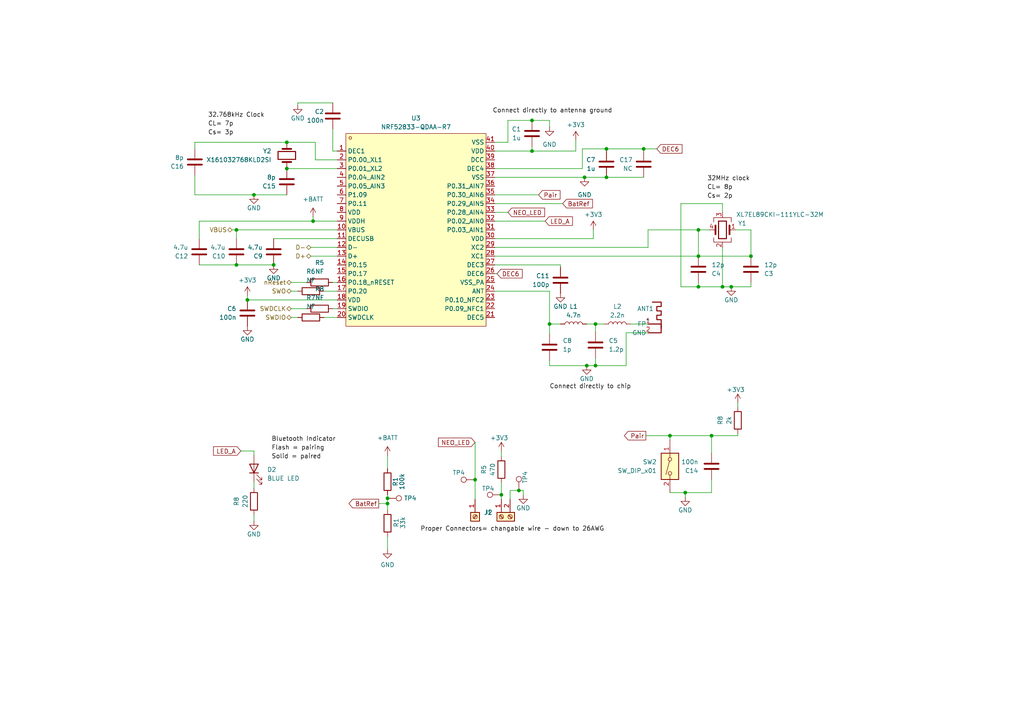
<source format=kicad_sch>
(kicad_sch (version 20230121) (generator eeschema)
  (paper "A4")
  (title_block (title "BLEEarrings (Blade Runner)") (date "2023-10-30") (rev "00.00") (company "Kitty and Dom"))
  (lib_symbols
    (symbol "Connector:Screw_Terminal_01x01" (pin_names (offset 1.016) hide)
      (property "Reference" "J" (at 0 2.54 0))
      (property "Value" "Screw_Terminal_01x01" (at 0 -2.54 0))
      (symbol "Screw_Terminal_01x01_1_1"
        (rectangle (start -1.27 1.27) (end 1.27 -1.27) (stroke (width 0.254)) (fill (type background)))
        (polyline (pts (xy -0.5334 0.3302) (xy 0.3302 -0.508)) (stroke (width 0.1524)))
        (polyline (pts (xy -0.3556 0.508) (xy 0.508 -0.3302)) (stroke (width 0.1524)))
        (circle (center 0 0) (radius 0.635) (stroke (width 0.1524)))
        (pin passive line (at -5.08 0 0) (length 3.81) (name "Pin_1") (number "1"))
      )
    )
    (symbol "Connector:Screw_Terminal_01x02" (pin_names (offset 1.016) hide)
      (property "Reference" "J" (at 0 2.54 0))
      (property "Value" "Screw_Terminal_01x02" (at 0 -5.08 0))
      (symbol "Screw_Terminal_01x02_1_1"
        (rectangle (start -1.27 1.27) (end 1.27 -3.81) (stroke (width 0.254)) (fill (type background)))
        (circle (center 0 -2.54) (radius 0.635) (stroke (width 0.1524)))
        (polyline (pts (xy -0.5334 -2.2098) (xy 0.3302 -3.048)) (stroke (width 0.1524)))
        (polyline (pts (xy -0.5334 0.3302) (xy 0.3302 -0.508)) (stroke (width 0.1524)))
        (polyline (pts (xy -0.3556 -2.032) (xy 0.508 -2.8702)) (stroke (width 0.1524)))
        (polyline (pts (xy -0.3556 0.508) (xy 0.508 -0.3302)) (stroke (width 0.1524)))
        (circle (center 0 0) (radius 0.635) (stroke (width 0.1524)))
        (pin passive line (at -5.08 0 0) (length 3.81) (name "Pin_1") (number "1"))
        (pin passive line (at -5.08 -2.54 0) (length 3.81) (name "Pin_2") (number "2"))
      )
    )
    (symbol "Connector:TestPoint" (pin_numbers hide) (pin_names (offset 0.762) hide)
      (property "Reference" "TP" (at 0 6.858 0))
      (property "Value" "TestPoint" (at 0 5.08 0))
      (symbol "TestPoint_0_1"
        (circle (center 0 3.302) (radius 0.762))
      )
      (symbol "TestPoint_1_1"
        (pin passive line (at 0 0 90) (length 2.54) (name "1") (number "1"))
      )
    )
    (symbol "CustomPads:2.4GHz,_50Ohm_Antenna"
      (property "Reference" "ANT" (at 0 2.286 0))
      (symbol "2.4GHz,_50Ohm_Antenna_1_1"
        (polyline (pts (xy 0 -3.81) (xy 3.81 -3.81) (xy 3.81 -1.27) (xy 0 -1.27)) (stroke (width 0.3)))
        (polyline (pts (xy 1.27 5.08) (xy 3.81 5.08) (xy 3.81 3.81) (xy 2.54 3.81) (xy 2.54 2.54) (xy 3.81 2.54) (xy 3.81 1.27) (xy 2.54 1.27) (xy 2.54 0) (xy 3.81 0) (xy 3.81 -2.54)) (stroke (width 0.3)))
        (pin input line (at 0 -1.27 180) (length 0) (name "FP") (number "1"))
        (pin input line (at 0 -3.81 180) (length 0) (name "GND") (number "2"))
      )
    )
    (symbol "Device:C" (pin_numbers hide) (pin_names (offset 0.254))
      (property "Reference" "C" (at 0.635 2.54 0))
      (property "Value" "C" (at 0.635 -2.54 0))
      (symbol "C_0_1"
        (polyline (pts (xy -2.032 -0.762) (xy 2.032 -0.762)) (stroke (width 0.508)))
        (polyline (pts (xy -2.032 0.762) (xy 2.032 0.762)) (stroke (width 0.508)))
      )
      (symbol "C_1_1"
        (pin passive line (at 0 3.81 270) (length 2.794) (name "~") (number "1"))
        (pin passive line (at 0 -3.81 90) (length 2.794) (name "~") (number "2"))
      )
    )
    (symbol "Device:Crystal" (pin_numbers hide) (pin_names (offset 1.016) hide)
      (property "Reference" "Y" (at 0 3.81 0))
      (property "Value" "Crystal" (at 0 -3.81 0))
      (symbol "Crystal_0_1"
        (rectangle (start -1.143 2.54) (end 1.143 -2.54) (stroke (width 0.3048)))
        (polyline (pts (xy -2.54 0) (xy -1.905 0)))
        (polyline (pts (xy -1.905 -1.27) (xy -1.905 1.27)) (stroke (width 0.508)))
        (polyline (pts (xy 1.905 -1.27) (xy 1.905 1.27)) (stroke (width 0.508)))
        (polyline (pts (xy 2.54 0) (xy 1.905 0)))
      )
      (symbol "Crystal_1_1"
        (pin passive line (at -3.81 0 0) (length 1.27) (name "1") (number "1"))
        (pin passive line (at 3.81 0 180) (length 1.27) (name "2") (number "2"))
      )
    )
    (symbol "Device:Crystal_GND23" (pin_names (offset 1.016) hide)
      (property "Reference" "Y" (at 3.175 5.08 0))
      (property "Value" "Crystal_GND23" (at 3.175 3.175 0))
      (symbol "Crystal_GND23_0_1"
        (rectangle (start -1.143 2.54) (end 1.143 -2.54) (stroke (width 0.3048)))
        (polyline (pts (xy -2.54 0) (xy -2.032 0)))
        (polyline (pts (xy -2.032 -1.27) (xy -2.032 1.27)) (stroke (width 0.508)))
        (polyline (pts (xy 0 -3.81) (xy 0 -3.556)))
        (polyline (pts (xy 0 3.556) (xy 0 3.81)))
        (polyline (pts (xy 2.032 -1.27) (xy 2.032 1.27)) (stroke (width 0.508)))
        (polyline (pts (xy 2.032 0) (xy 2.54 0)))
        (polyline (pts (xy -2.54 -2.286) (xy -2.54 -3.556) (xy 2.54 -3.556) (xy 2.54 -2.286)))
        (polyline (pts (xy -2.54 2.286) (xy -2.54 3.556) (xy 2.54 3.556) (xy 2.54 2.286)))
      )
      (symbol "Crystal_GND23_1_1"
        (pin passive line (at -3.81 0 0) (length 1.27) (name "1") (number "1"))
        (pin passive line (at 0 5.08 270) (length 1.27) (name "2") (number "2"))
        (pin passive line (at 0 -5.08 90) (length 1.27) (name "3") (number "3"))
        (pin passive line (at 3.81 0 180) (length 1.27) (name "4") (number "4"))
      )
    )
    (symbol "Device:L" (pin_numbers hide) (pin_names (offset 1.016) hide)
      (property "Reference" "L" (at -1.27 0 90))
      (property "Value" "L" (at 1.905 0 90))
      (symbol "L_0_1"
        (arc (start 0 -2.54) (mid 0.6323 -1.905) (end 0 -1.27))
        (arc (start 0 -1.27) (mid 0.6323 -0.635) (end 0 0))
        (arc (start 0 0) (mid 0.6323 0.635) (end 0 1.27))
        (arc (start 0 1.27) (mid 0.6323 1.905) (end 0 2.54))
      )
      (symbol "L_1_1"
        (pin passive line (at 0 3.81 270) (length 1.27) (name "1") (number "1"))
        (pin passive line (at 0 -3.81 90) (length 1.27) (name "2") (number "2"))
      )
    )
    (symbol "Device:LED" (pin_numbers hide) (pin_names (offset 1.016) hide)
      (property "Reference" "D" (at 0 2.54 0))
      (property "Value" "LED" (at 0 -2.54 0))
      (symbol "LED_0_1"
        (polyline (pts (xy -1.27 -1.27) (xy -1.27 1.27)) (stroke (width 0.254)))
        (polyline (pts (xy -1.27 0) (xy 1.27 0)))
        (polyline (pts (xy 1.27 -1.27) (xy 1.27 1.27) (xy -1.27 0) (xy 1.27 -1.27)) (stroke (width 0.254)))
        (polyline (pts (xy -3.048 -0.762) (xy -4.572 -2.286) (xy -3.81 -2.286) (xy -4.572 -2.286) (xy -4.572 -1.524)))
        (polyline (pts (xy -1.778 -0.762) (xy -3.302 -2.286) (xy -2.54 -2.286) (xy -3.302 -2.286) (xy -3.302 -1.524)))
      )
      (symbol "LED_1_1"
        (pin passive line (at -3.81 0 0) (length 2.54) (name "K") (number "1"))
        (pin passive line (at 3.81 0 180) (length 2.54) (name "A") (number "2"))
      )
    )
    (symbol "Device:R" (pin_numbers hide) (pin_names (offset 0))
      (property "Reference" "R" (at 2.032 0 90))
      (property "Value" "R" (at 0 0 90))
      (symbol "R_0_1"
        (rectangle (start -1.016 -2.54) (end 1.016 2.54) (stroke (width 0.254)))
      )
      (symbol "R_1_1"
        (pin passive line (at 0 3.81 270) (length 1.27) (name "~") (number "1"))
        (pin passive line (at 0 -3.81 90) (length 1.27) (name "~") (number "2"))
      )
    )
    (symbol "Switch:SW_DIP_x01" (pin_names (offset 0) hide)
      (property "Reference" "SW" (at 0 3.81 0))
      (property "Value" "SW_DIP_x01" (at 0 -3.81 0))
      (symbol "SW_DIP_x01_0_0"
        (circle (center -2.032 0) (radius 0.508))
        (polyline (pts (xy -1.524 0.127) (xy 2.3622 1.1684)))
        (circle (center 2.032 0) (radius 0.508))
      )
      (symbol "SW_DIP_x01_0_1"
        (rectangle (start -3.81 2.54) (end 3.81 -2.54) (stroke (width 0.254)) (fill (type background)))
      )
      (symbol "SW_DIP_x01_1_1"
        (pin passive line (at -7.62 0 0) (length 5.08) (name "~") (number "1"))
        (pin passive line (at 7.62 0 180) (length 5.08) (name "~") (number "2"))
      )
    )
    (symbol "easyeda2kicad:NRF52833-QDAA-R7"
      (property "Reference" "U" (at 0 30.48 0))
      (property "Value" "NRF52833-QDAA-R7" (at 0 -30.48 0))
      (symbol "NRF52833-QDAA-R7_0_1"
        (rectangle (start -20.32 27.94) (end 20.32 -27.94) (fill (type background)))
        (circle (center -19.05 26.67) (radius 0.38))
        (pin unspecified line (at -22.86 22.86 0) (length 2.54) (name "DEC1") (number "1"))
        (pin unspecified line (at -22.86 0 0) (length 2.54) (name "VBUS") (number "10"))
        (pin unspecified line (at -22.86 -2.54 0) (length 2.54) (name "DECUSB") (number "11"))
        (pin unspecified line (at -22.86 -5.08 0) (length 2.54) (name "D-") (number "12"))
        (pin unspecified line (at -22.86 -7.62 0) (length 2.54) (name "D+") (number "13"))
        (pin unspecified line (at -22.86 -10.16 0) (length 2.54) (name "P0.15") (number "14"))
        (pin unspecified line (at -22.86 -12.7 0) (length 2.54) (name "P0.17") (number "15"))
        (pin unspecified line (at -22.86 -15.24 0) (length 2.54) (name "P0.18_nRESET") (number "16"))
        (pin unspecified line (at -22.86 -17.78 0) (length 2.54) (name "P0.20") (number "17"))
        (pin unspecified line (at -22.86 -20.32 0) (length 2.54) (name "VDD") (number "18"))
        (pin unspecified line (at -22.86 -22.86 0) (length 2.54) (name "SWDIO") (number "19"))
        (pin unspecified line (at -22.86 20.32 0) (length 2.54) (name "P0.00_XL1") (number "2"))
        (pin unspecified line (at -22.86 -25.4 0) (length 2.54) (name "SWDCLK") (number "20"))
        (pin unspecified line (at 22.86 -25.4 180) (length 2.54) (name "DEC5") (number "21"))
        (pin unspecified line (at 22.86 -22.86 180) (length 2.54) (name "P0.09_NFC1") (number "22"))
        (pin unspecified line (at 22.86 -20.32 180) (length 2.54) (name "P0.10_NFC2") (number "23"))
        (pin unspecified line (at 22.86 -17.78 180) (length 2.54) (name "ANT") (number "24"))
        (pin unspecified line (at 22.86 -15.24 180) (length 2.54) (name "VSS_PA") (number "25"))
        (pin unspecified line (at 22.86 -12.7 180) (length 2.54) (name "DEC6") (number "26"))
        (pin unspecified line (at 22.86 -10.16 180) (length 2.54) (name "DEC3") (number "27"))
        (pin unspecified line (at 22.86 -7.62 180) (length 2.54) (name "XC1") (number "28"))
        (pin unspecified line (at 22.86 -5.08 180) (length 2.54) (name "XC2") (number "29"))
        (pin unspecified line (at -22.86 17.78 0) (length 2.54) (name "P0.01_XL2") (number "3"))
        (pin unspecified line (at 22.86 -2.54 180) (length 2.54) (name "VDD") (number "30"))
        (pin unspecified line (at 22.86 0 180) (length 2.54) (name "P0.03_AIN1") (number "31"))
        (pin unspecified line (at 22.86 2.54 180) (length 2.54) (name "P0.02_AIN0") (number "32"))
        (pin unspecified line (at 22.86 5.08 180) (length 2.54) (name "P0.28_AIN4") (number "33"))
        (pin unspecified line (at 22.86 7.62 180) (length 2.54) (name "P0.29_AIN5") (number "34"))
        (pin unspecified line (at 22.86 10.16 180) (length 2.54) (name "P0.30_AIN6") (number "35"))
        (pin unspecified line (at 22.86 12.7 180) (length 2.54) (name "P0.31_AIN7") (number "36"))
        (pin unspecified line (at 22.86 15.24 180) (length 2.54) (name "VSS") (number "37"))
        (pin unspecified line (at 22.86 17.78 180) (length 2.54) (name "DEC4") (number "38"))
        (pin unspecified line (at 22.86 20.32 180) (length 2.54) (name "DCC") (number "39"))
        (pin unspecified line (at -22.86 15.24 0) (length 2.54) (name "P0.04_AIN2") (number "4"))
        (pin unspecified line (at 22.86 22.86 180) (length 2.54) (name "VDD") (number "40"))
        (pin unspecified line (at 22.86 25.4 180) (length 2.54) (name "VSS") (number "41"))
        (pin unspecified line (at -22.86 12.7 0) (length 2.54) (name "P0.05_AIN3") (number "5"))
        (pin unspecified line (at -22.86 10.16 0) (length 2.54) (name "P1.09") (number "6"))
        (pin unspecified line (at -22.86 7.62 0) (length 2.54) (name "P0.11") (number "7"))
        (pin unspecified line (at -22.86 5.08 0) (length 2.54) (name "VDD") (number "8"))
        (pin unspecified line (at -22.86 2.54 0) (length 2.54) (name "VDDH") (number "9"))
      )
    )
    (symbol "power:+3V3" (power) (pin_names (offset 0))
      (property "Value" "+3V3" (at 0 3.556 0))
      (symbol "+3V3_0_1"
        (polyline (pts (xy -0.762 1.27) (xy 0 2.54)))
        (polyline (pts (xy 0 0) (xy 0 2.54)))
        (polyline (pts (xy 0 2.54) (xy 0.762 1.27)))
      )
      (symbol "+3V3_1_1"
        (pin power_in line (at 0 0 90) (length 0) hide (name "+3V3") (number "1"))
      )
    )
    (symbol "power:+BATT" (power) (pin_names (offset 0))
      (property "Value" "+BATT" (at 0 3.556 0))
      (symbol "+BATT_0_1"
        (polyline (pts (xy -0.762 1.27) (xy 0 2.54)))
        (polyline (pts (xy 0 0) (xy 0 2.54)))
        (polyline (pts (xy 0 2.54) (xy 0.762 1.27)))
      )
      (symbol "+BATT_1_1"
        (pin power_in line (at 0 0 90) (length 0) hide (name "+BATT") (number "1"))
      )
    )
    (symbol "power:GND" (power) (pin_names (offset 0))
      (property "Value" "GND" (at 0 -3.81 0))
      (symbol "GND_0_1"
        (polyline (pts (xy 0 0) (xy 0 -1.27) (xy 1.27 -1.27) (xy 0 -2.54) (xy -1.27 -1.27) (xy 0 -1.27)))
      )
      (symbol "GND_1_1"
        (pin power_in line (at 0 0 270) (length 0) hide (name "GND") (number "1"))
      )
    )
  )
  (junction (at 83.185 41.275))
  (junction (at 186.69 43.18))
  (junction (at 172.72 93.98))
  (junction (at 73.66 56.515))
  (junction (at 172.72 106.045))
  (junction (at 212.09 83.185))
  (junction (at 202.565 74.295))
  (junction (at 154.305 34.925))
  (junction (at 71.755 86.995))
  (junction (at 68.58 76.835))
  (junction (at 112.395 144.526))
  (junction (at 150.495 142.2654))
  (junction (at 175.895 51.435))
  (junction (at 206.375 126.365))
  (junction (at 209.55 83.185))
  (junction (at 175.895 43.18))
  (junction (at 90.805 64.135))
  (junction (at 194.31 126.365))
  (junction (at 198.755 142.875))
  (junction (at 137.795 139.1412))
  (junction (at 217.805 74.295))
  (junction (at 112.395 146.05))
  (junction (at 202.565 66.675))
  (junction (at 154.305 43.815))
  (junction (at 159.385 93.98))
  (junction (at 169.545 51.435))
  (junction (at 170.18 106.045))
  (junction (at 145.415 143.51))
  (junction (at 79.375 76.835))
  (junction (at 83.185 48.895))
  (junction (at 68.58 66.675))
  (junction (at 202.565 83.185))
  (wire (pts (xy 213.36 66.675) (xy 217.805 66.675)))
  (wire (pts (xy 84.455 81.915) (xy 88.9 81.915)))
  (wire (pts (xy 90.17 74.295) (xy 97.79 74.295)))
  (wire (pts (xy 202.565 66.675) (xy 202.565 74.295)))
  (wire (pts (xy 172.72 93.98) (xy 175.26 93.98)))
  (wire (pts (xy 154.305 43.815) (xy 154.305 42.545)))
  (wire (pts (xy 93.98 84.455) (xy 97.79 84.455)))
  (wire (pts (xy 143.51 79.375) (xy 144.145 79.375)))
  (wire (pts (xy 175.895 43.18) (xy 186.69 43.18)))
  (wire (pts (xy 147.32 61.595) (xy 143.51 61.595)))
  (wire (pts (xy 56.515 41.275) (xy 56.515 43.18)))
  (wire (pts (xy 172.085 66.675) (xy 172.085 69.215)))
  (wire (pts (xy 84.455 89.535) (xy 88.9 89.535)))
  (wire (pts (xy 154.305 34.925) (xy 147.32 34.925)))
  (wire (pts (xy 159.385 106.045) (xy 170.18 106.045)))
  (wire (pts (xy 84.455 92.075) (xy 86.36 92.075)))
  (wire (pts (xy 96.52 43.815) (xy 97.79 43.815)))
  (wire (pts (xy 213.995 125.73) (xy 213.995 126.365)))
  (wire (pts (xy 182.88 93.98) (xy 187.96 93.98)))
  (wire (pts (xy 91.44 41.275) (xy 83.185 41.275)))
  (wire (pts (xy 202.565 66.675) (xy 205.74 66.675)))
  (wire (pts (xy 97.79 66.675) (xy 68.58 66.675)))
  (wire (pts (xy 186.69 43.18) (xy 190.5 43.18)))
  (wire (pts (xy 91.44 41.275) (xy 91.44 46.355)))
  (wire (pts (xy 162.56 76.835) (xy 162.56 77.47)))
  (wire (pts (xy 57.785 64.135) (xy 90.805 64.135)))
  (wire (pts (xy 206.375 142.875) (xy 198.755 142.875)))
  (wire (pts (xy 112.395 144.526) (xy 112.395 146.05)))
  (wire (pts (xy 79.375 69.215) (xy 97.79 69.215)))
  (wire (pts (xy 187.325 126.365) (xy 194.31 126.365)))
  (wire (pts (xy 162.56 76.835) (xy 143.51 76.835)))
  (wire (pts (xy 71.755 86.995) (xy 71.755 85.725)))
  (wire (pts (xy 206.375 139.065) (xy 206.375 142.875)))
  (wire (pts (xy 143.51 74.295) (xy 202.565 74.295)))
  (wire (pts (xy 112.395 143.51) (xy 112.395 144.526)))
  (wire (pts (xy 159.385 34.925) (xy 154.305 34.925)))
  (wire (pts (xy 145.415 130.8354) (xy 145.415 132.3848)))
  (wire (pts (xy 57.785 69.215) (xy 57.785 64.135)))
  (wire (pts (xy 217.805 83.185) (xy 217.805 81.915)))
  (wire (pts (xy 167.005 40.64) (xy 167.005 43.815)))
  (wire (pts (xy 197.485 83.185) (xy 202.565 83.185)))
  (wire (pts (xy 212.09 83.185) (xy 217.805 83.185)))
  (wire (pts (xy 56.515 41.275) (xy 83.185 41.275)))
  (wire (pts (xy 90.805 62.865) (xy 90.805 64.135)))
  (wire (pts (xy 212.09 83.185) (xy 209.55 83.185)))
  (wire (pts (xy 137.795 139.1412) (xy 137.795 144.8054)))
  (wire (pts (xy 73.66 139.7) (xy 73.66 141.605)))
  (wire (pts (xy 198.755 142.875) (xy 198.755 144.145)))
  (wire (pts (xy 159.385 36.83) (xy 159.385 34.925)))
  (wire (pts (xy 167.005 43.815) (xy 154.305 43.815)))
  (wire (pts (xy 213.995 116.84) (xy 213.995 118.11)))
  (wire (pts (xy 112.395 132.08) (xy 112.395 135.89)))
  (wire (pts (xy 83.185 56.515) (xy 73.66 56.515)))
  (wire (pts (xy 197.485 59.055) (xy 197.485 83.185)))
  (wire (pts (xy 217.805 74.295) (xy 217.805 66.675)))
  (wire (pts (xy 181.61 96.52) (xy 187.96 96.52)))
  (wire (pts (xy 57.785 76.835) (xy 68.58 76.835)))
  (wire (pts (xy 109.855 146.05) (xy 112.395 146.05)))
  (wire (pts (xy 159.385 84.455) (xy 159.385 93.98)))
  (wire (pts (xy 209.55 59.055) (xy 197.485 59.055)))
  (wire (pts (xy 143.51 56.515) (xy 156.21 56.515)))
  (wire (pts (xy 143.51 51.435) (xy 169.545 51.435)))
  (wire (pts (xy 69.85 130.81) (xy 73.66 130.81)))
  (wire (pts (xy 175.895 43.815) (xy 175.895 43.18)))
  (wire (pts (xy 187.96 66.675) (xy 187.96 71.755)))
  (wire (pts (xy 169.545 51.435) (xy 175.895 51.435)))
  (wire (pts (xy 198.755 142.875) (xy 194.31 142.875)))
  (wire (pts (xy 145.415 143.51) (xy 145.415 144.8054)))
  (wire (pts (xy 90.805 64.135) (xy 97.79 64.135)))
  (wire (pts (xy 209.55 71.755) (xy 209.55 83.185)))
  (wire (pts (xy 159.385 93.98) (xy 162.56 93.98)))
  (wire (pts (xy 159.385 93.98) (xy 159.385 96.901)))
  (wire (pts (xy 83.185 48.895) (xy 97.79 48.895)))
  (wire (pts (xy 86.36 29.845) (xy 96.52 29.845)))
  (wire (pts (xy 186.69 43.18) (xy 186.69 43.815)))
  (wire (pts (xy 151.765 142.2654) (xy 151.765 143.5354)))
  (wire (pts (xy 67.31 66.675) (xy 68.58 66.675)))
  (wire (pts (xy 170.18 106.045) (xy 172.72 106.045)))
  (wire (pts (xy 187.96 71.755) (xy 143.51 71.755)))
  (wire (pts (xy 143.51 84.455) (xy 159.385 84.455)))
  (wire (pts (xy 175.895 51.435) (xy 186.69 51.435)))
  (wire (pts (xy 71.755 86.995) (xy 97.79 86.995)))
  (wire (pts (xy 209.55 83.185) (xy 202.565 83.185)))
  (wire (pts (xy 202.565 74.295) (xy 217.805 74.295)))
  (wire (pts (xy 206.375 126.365) (xy 213.995 126.365)))
  (wire (pts (xy 96.52 89.535) (xy 97.79 89.535)))
  (wire (pts (xy 202.565 81.915) (xy 202.565 83.185)))
  (wire (pts (xy 91.44 46.355) (xy 97.79 46.355)))
  (wire (pts (xy 84.455 84.455) (xy 86.36 84.455)))
  (wire (pts (xy 143.51 48.895) (xy 168.91 48.895)))
  (wire (pts (xy 168.91 43.18) (xy 168.91 48.895)))
  (wire (pts (xy 68.58 66.675) (xy 68.58 69.215)))
  (wire (pts (xy 143.51 43.815) (xy 154.305 43.815)))
  (wire (pts (xy 145.415 140.0048) (xy 145.415 143.51)))
  (wire (pts (xy 73.66 149.225) (xy 73.66 151.13)))
  (wire (pts (xy 56.515 56.515) (xy 56.515 50.8)))
  (wire (pts (xy 172.72 93.98) (xy 172.72 96.266)))
  (wire (pts (xy 143.51 59.055) (xy 163.195 59.055)))
  (wire (pts (xy 147.32 34.925) (xy 147.32 41.275)))
  (wire (pts (xy 194.31 127.635) (xy 194.31 126.365)))
  (wire (pts (xy 150.495 142.2654) (xy 151.765 142.2654)))
  (wire (pts (xy 68.58 76.835) (xy 79.375 76.835)))
  (wire (pts (xy 147.955 144.8054) (xy 147.955 142.2654)))
  (wire (pts (xy 96.52 43.815) (xy 96.52 37.465)))
  (wire (pts (xy 96.52 81.915) (xy 97.79 81.915)))
  (wire (pts (xy 112.395 155.575) (xy 112.395 159.385)))
  (wire (pts (xy 147.955 142.2654) (xy 150.495 142.2654)))
  (wire (pts (xy 172.72 103.886) (xy 172.72 106.045)))
  (wire (pts (xy 137.795 128.2954) (xy 137.795 139.1412)))
  (wire (pts (xy 206.375 131.445) (xy 206.375 126.365)))
  (wire (pts (xy 73.66 130.81) (xy 73.66 132.08)))
  (wire (pts (xy 181.61 106.045) (xy 172.72 106.045)))
  (wire (pts (xy 209.55 61.595) (xy 209.55 59.055)))
  (wire (pts (xy 170.18 93.98) (xy 172.72 93.98)))
  (wire (pts (xy 90.17 71.755) (xy 97.79 71.755)))
  (wire (pts (xy 159.385 104.521) (xy 159.385 106.045)))
  (wire (pts (xy 93.98 92.075) (xy 97.79 92.075)))
  (wire (pts (xy 158.115 64.135) (xy 143.51 64.135)))
  (wire (pts (xy 175.895 43.18) (xy 168.91 43.18)))
  (wire (pts (xy 194.31 126.365) (xy 206.375 126.365)))
  (wire (pts (xy 143.51 69.215) (xy 172.085 69.215)))
  (wire (pts (xy 112.395 146.05) (xy 112.395 147.955)))
  (wire (pts (xy 86.36 30.48) (xy 86.36 29.845)))
  (wire (pts (xy 73.66 56.515) (xy 56.515 56.515)))
  (wire (pts (xy 187.96 66.675) (xy 202.565 66.675)))
  (wire (pts (xy 181.61 96.52) (xy 181.61 106.045)))
  (wire (pts (xy 147.32 41.275) (xy 143.51 41.275)))
  (label "CL= 7p" (at 60.325 36.83 0))
  (label "Cs= 3p" (at 60.325 39.37 0))
  (label "Connect directly to chip" (at 159.385 113.03 0))
  (label "Cs= 2p" (at 205.105 57.785 0))
  (label "Solid = paired" (at 78.74 133.35 0))
  (label "Proper Connectors= changable wire - down to 26AWG" (at 121.92 154.3304 0))
  (label "32.768kHz Clock" (at 60.325 34.29 0))
  (label "Connect directly to antenna ground" (at 142.875 33.02 0))
  (label "CL= 8p" (at 205.105 55.245 0))
  (label "32MHz clock" (at 205.105 52.705 0))
  (label "Flash = pairing" (at 78.74 130.81 0))
  (label "Bluetooth Indicator" (at 78.74 128.27 0))
  (global_label "BatRef" (shape output) (at 109.855 146.05 180) (property "Intersheetrefs" "${INTERSHEET_REFS}" (effects hide)))
  (global_label "LED_A" (shape input) (at 69.85 130.81 180) (property "Intersheetrefs" "${INTERSHEET_REFS}" (effects hide)))
  (global_label "BatRef" (shape input) (at 163.195 59.055 0) (property "Intersheetrefs" "${INTERSHEET_REFS}" (effects hide)))
  (global_label "DEC6" (shape input) (at 144.145 79.375 0) (property "Intersheetrefs" "${INTERSHEET_REFS}" (effects hide)))
  (global_label "DEC6" (shape input) (at 190.5 43.18 0) (property "Intersheetrefs" "${INTERSHEET_REFS}" (effects hide)))
  (global_label "Pair" (shape output) (at 187.325 126.365 180) (property "Intersheetrefs" "${INTERSHEET_REFS}" (effects hide)))
  (global_label "NEO_LED" (shape input) (at 137.795 128.2954 180) (property "Intersheetrefs" "${INTERSHEET_REFS}" (effects hide)))
  (global_label "NEO_LED" (shape input) (at 147.32 61.595 0) (property "Intersheetrefs" "${INTERSHEET_REFS}" (effects hide)))
  (global_label "Pair" (shape input) (at 156.21 56.515 0) (property "Intersheetrefs" "${INTERSHEET_REFS}" (effects hide)))
  (global_label "LED_A" (shape input) (at 158.115 64.135 0) (property "Intersheetrefs" "${INTERSHEET_REFS}" (effects hide)))
  (hierarchical_label "D-" (shape bidirectional) (at 90.17 71.755 180))
  (hierarchical_label "D+" (shape bidirectional) (at 90.17 74.295 180))
  (hierarchical_label "nReset" (shape bidirectional) (at 84.455 81.915 180))
  (hierarchical_label "SWDIO" (shape bidirectional) (at 84.455 92.075 180))
  (hierarchical_label "VBUS" (shape bidirectional) (at 67.31 66.675 180))
  (hierarchical_label "SWO" (shape bidirectional) (at 84.455 84.455 180))
  (hierarchical_label "SWDCLK" (shape bidirectional) (at 84.455 89.535 180))
  (symbol (lib_id "power:GND") (at 212.09 83.185 0) (mirror y) (unit 1)
    (property "Reference" "#PWR03" (effects hide))
    (property "Value" "GND" (at 212.09 86.995 0))
    (instances (project "Combine" (path "" (reference "#PWR03") (unit 1)) (path "" (reference "#PWR052") (unit 1))) (project "BLEEarrings" (path "" (reference "#PWR03") (unit 1))))
  )
  (symbol (lib_id "power:GND") (at 170.18 106.045 0) (unit 1)
    (property "Reference" "#PWR08" (effects hide))
    (property "Value" "GND" (at 170.18 109.855 0))
    (instances (project "Combine" (path "" (reference "#PWR08") (unit 1)) (path "" (reference "#PWR049") (unit 1))) (project "BLEEarrings" (path "" (reference "#PWR08") (unit 1))))
  )
  (symbol (lib_id "Device:C") (at 57.785 73.025 180) (unit 1)
    (property "Reference" "C12" (at 54.61 74.295 0) (effects (justify left)))
    (property "Value" "4.7u" (at 54.61 71.755 0) (effects (justify left)))
    (property "Footprint" "Capacitor_SMD:C_0402_1005Metric_Pad0.74x0.62mm_HandSolder" (effects hide))
    (property "LCSC Part" "C307423" (effects hide))
    (instances (project "Combine" (path "" (reference "C12") (unit 1)) (path "" (reference "C19") (unit 1))) (project "BLEEarrings" (path "" (reference "C12") (unit 1))))
  )
  (symbol (lib_id "power:+3V3") (at 145.415 130.8354 0) (unit 1)
    (property "Reference" "#PWR016" (effects hide))
    (property "Value" "+3V3" (at 144.78 127.0254 0))
    (instances (project "Combine" (path "" (reference "#PWR016") (unit 1)) (path "" (reference "#PWR043") (unit 1))) (project "BLEEarrings" (path "" (reference "#PWR016") (unit 1))))
  )
  (symbol (lib_id "Device:C") (at 172.72 100.076 0) (unit 1)
    (property "Reference" "C5" (at 176.53 98.806 0) (effects (justify left)))
    (property "Value" "1.2p" (at 176.53 101.346 0) (effects (justify left)))
    (property "Footprint" "Capacitor_SMD:C_0402_1005Metric_Pad0.74x0.62mm_HandSolder" (effects hide))
    (property "LCSC Part" "C880658 " (effects hide))
    (instances (project "Combine" (path "" (reference "C5") (unit 1)) (path "" (reference "C32") (unit 1))) (project "BLEEarrings" (path "" (reference "C5") (unit 1))))
  )
  (symbol (lib_id "Device:C") (at 175.895 47.625 0) (unit 1)
    (property "Reference" "C7" (at 172.72 46.355 0) (effects (justify right)))
    (property "Value" "1u" (at 172.72 48.895 0) (effects (justify right)))
    (property "Footprint" "Capacitor_SMD:C_0402_1005Metric_Pad0.74x0.62mm_HandSolder" (effects hide))
    (property "LCSC Part" "C14445" (effects hide))
    (instances (project "Combine" (path "" (reference "C7") (unit 1)) (path "" (reference "C33") (unit 1))) (project "BLEEarrings" (path "" (reference "C7") (unit 1))))
  )
  (symbol (lib_id "Device:L") (at 166.37 93.98 90) (unit 1)
    (property "Reference" "L1" (at 166.37 88.9 90))
    (property "Value" "4.7n" (at 166.37 91.44 90))
    (property "Footprint" "Inductor_SMD:L_0402_1005Metric_Pad0.77x0.64mm_HandSolder" (effects hide))
    (property "LCSC Part" "C13595" (effects hide))
    (instances (project "Combine" (path "" (reference "L1") (unit 1)) (path "" (reference "L3") (unit 1))) (project "BLEEarrings" (path "" (reference "L1") (unit 1))))
  )
  (symbol (lib_id "power:+BATT") (at 90.805 62.865 0) (unit 1)
    (property "Reference" "#PWR02" (effects hide))
    (property "Value" "+BATT" (at 90.805 57.785 0))
    (instances (project "Combine" (path "" (reference "#PWR02") (unit 1)) (path "" (reference "#PWR040") (unit 1))) (project "BLEEarrings" (path "" (reference "#PWR02") (unit 1)) (path "" (reference "#PWR05") (unit 1))))
  )
  (symbol (lib_id "Device:C") (at 202.565 78.105 0) (mirror x) (unit 1)
    (property "Reference" "C4" (at 206.375 79.375 0) (effects (justify left)))
    (property "Value" "12p" (at 206.375 76.835 0) (effects (justify left)))
    (property "Footprint" "Capacitor_SMD:C_0402_1005Metric_Pad0.74x0.62mm_HandSolder" (effects hide))
    (property "LCSC Part" "C696888 " (effects hide))
    (instances (project "Combine" (path "" (reference "C4") (unit 1)) (path "" (reference "C35") (unit 1))) (project "BLEEarrings" (path "" (reference "C4") (unit 1))))
  )
  (symbol (lib_id "Device:C") (at 186.69 47.625 0) (unit 1)
    (property "Reference" "C17" (at 183.515 46.355 0) (effects (justify right)))
    (property "Value" "NC" (at 183.515 48.895 0) (effects (justify right)))
    (property "Footprint" "Capacitor_SMD:C_0402_1005Metric_Pad0.74x0.62mm_HandSolder" (effects hide))
    (property "LCSC Part" "N/A" (effects hide))
    (instances (project "Combine" (path "" (reference "C17") (unit 1)) (path "" (reference "C34") (unit 1))) (project "BLEEarrings" (path "" (reference "C17") (unit 1))))
  )
  (symbol (lib_id "Device:C") (at 217.805 78.105 0) (mirror x) (unit 1)
    (property "Reference" "C3" (at 221.615 79.375 0) (effects (justify left)))
    (property "Value" "12p" (at 221.615 76.835 0) (effects (justify left)))
    (property "Footprint" "Capacitor_SMD:C_0402_1005Metric_Pad0.74x0.62mm_HandSolder" (effects hide))
    (property "LCSC Part" "C696888 " (effects hide))
    (instances (project "Combine" (path "" (reference "C3") (unit 1)) (path "" (reference "C37") (unit 1))) (project "BLEEarrings" (path "" (reference "C3") (unit 1))))
  )
  (symbol (lib_id "power:GND") (at 112.395 159.385 0) (unit 1)
    (property "Reference" "#PWR027" (effects hide))
    (property "Value" "GND" (at 112.395 163.83 0))
    (instances (project "Combine" (path "" (reference "#PWR027") (unit 1)) (path "" (reference "#PWR042") (unit 1))) (project "BLEEarrings" (path "" (reference "#PWR027") (unit 1))))
  )
  (symbol (lib_id "Device:C") (at 68.58 73.025 180) (unit 1)
    (property "Reference" "C10" (at 65.405 74.295 0) (effects (justify left)))
    (property "Value" "4.7u" (at 65.405 71.755 0) (effects (justify left)))
    (property "Footprint" "Capacitor_SMD:C_0402_1005Metric_Pad0.74x0.62mm_HandSolder" (effects hide))
    (property "LCSC Part" "C307423" (effects hide))
    (instances (project "Combine" (path "" (reference "C10") (unit 1)) (path "" (reference "C24") (unit 1))) (project "BLEEarrings" (path "" (reference "C10") (unit 1))))
  )
  (symbol (lib_id "power:GND") (at 169.545 51.435 0) (unit 1)
    (property "Reference" "#PWR018" (effects hide))
    (property "Value" "GND" (at 169.545 56.515 0))
    (instances (project "Combine" (path "" (reference "#PWR018") (unit 1)) (path "" (reference "#PWR048") (unit 1))) (project "BLEEarrings" (path "" (reference "#PWR018") (unit 1))))
  )
  (symbol (lib_id "power:GND") (at 73.66 56.515 0) (unit 1)
    (property "Reference" "#PWR015" (effects hide))
    (property "Value" "GND" (at 73.66 60.325 0))
    (instances (project "Combine" (path "" (reference "#PWR015") (unit 1)) (path "" (reference "#PWR036") (unit 1))) (project "BLEEarrings" (path "" (reference "#PWR015") (unit 1))))
  )
  (symbol (lib_id "Device:R") (at 90.17 84.455 270) (unit 1)
    (property "Reference" "R6" (at 90.17 78.74 90))
    (property "Value" "NF" (at 90.17 81.28 90))
    (property "Footprint" "Resistor_SMD:R_0201_0603Metric" (effects hide))
    (property "LCSC Part" "N/A" (effects hide))
    (instances (project "Combine" (path "" (reference "R6") (unit 1)) (path "" (reference "R15") (unit 1))) (project "BLEEarrings" (path "" (reference "R6") (unit 1))))
  )
  (symbol (lib_id "Device:C") (at 206.375 135.255 180) (unit 1)
    (property "Reference" "C14" (at 202.565 136.525 0) (effects (justify left)))
    (property "Value" "100n" (at 202.565 133.985 0) (effects (justify left)))
    (property "Footprint" "Capacitor_SMD:C_0402_1005Metric_Pad0.74x0.62mm_HandSolder" (effects hide))
    (property "LCSC Part" "C60474" (effects hide))
    (instances (project "Combine" (path "" (reference "C14") (unit 1)) (path "" (reference "C36") (unit 1))) (project "BLEEarrings" (path "" (reference "C14") (unit 1))))
  )
  (symbol (lib_id "Device:L") (at 179.07 93.98 90) (unit 1)
    (property "Reference" "L2" (at 179.07 88.9 90))
    (property "Value" "2.2n" (at 179.07 91.44 90))
    (property "Footprint" "Inductor_SMD:L_0402_1005Metric_Pad0.77x0.64mm_HandSolder" (effects hide))
    (property "LCSC Part" "C395061 " (effects hide))
    (instances (project "Combine" (path "" (reference "L2") (unit 1)) (path "" (reference "L4") (unit 1))) (project "BLEEarrings" (path "" (reference "L2") (unit 1))))
  )
  (symbol (lib_id "Device:R") (at 90.17 92.075 270) (unit 1)
    (property "Reference" "R7" (at 90.17 86.36 90))
    (property "Value" "NF" (at 90.17 88.9 90))
    (property "Footprint" "Resistor_SMD:R_0201_0603Metric" (effects hide))
    (property "LCSC Part" "N/A" (effects hide))
    (instances (project "Combine" (path "" (reference "R7") (unit 1)) (path "" (reference "R16") (unit 1))) (project "BLEEarrings" (path "" (reference "R7") (unit 1))))
  )
  (symbol (lib_id "power:+3V3") (at 167.005 40.64 0) (unit 1)
    (property "Reference" "#PWR017" (effects hide))
    (property "Value" "+3V3" (at 167.005 36.195 0))
    (instances (project "Combine" (path "" (reference "#PWR017") (unit 1)) (path "" (reference "#PWR047") (unit 1))) (project "BLEEarrings" (path "" (reference "#PWR017") (unit 1))))
  )
  (symbol (lib_id "Device:C") (at 79.375 73.025 180) (unit 1)
    (property "Reference" "C9" (at 76.2 74.295 0) (effects (justify left)))
    (property "Value" "4.7u" (at 76.2 71.755 0) (effects (justify left)))
    (property "Footprint" "Capacitor_SMD:C_0402_1005Metric_Pad0.74x0.62mm_HandSolder" (effects hide))
    (property "LCSC Part" "C307423" (effects hide))
    (instances (project "Combine" (path "" (reference "C9") (unit 1)) (path "" (reference "C26") (unit 1))) (project "BLEEarrings" (path "" (reference "C9") (unit 1))))
  )
  (symbol (lib_id "Device:R") (at 112.395 151.765 180) (unit 1)
    (property "Reference" "R1" (at 114.935 151.6126 90))
    (property "Value" "33k" (at 116.84 151.6126 90))
    (property "Footprint" "Resistor_SMD:R_0402_1005Metric_Pad0.72x0.64mm_HandSolder" (effects hide))
    (property "LCSC Part" "C138003" (effects hide))
    (instances (project "Combine" (path "" (reference "R1") (unit 1)) (path "" (reference "R20") (unit 1))) (project "BLEEarrings" (path "" (reference "R1") (unit 1)) (path "" (reference "R14") (unit 1))))
  )
  (symbol (lib_id "Device:Crystal") (at 83.185 45.085 270) (mirror x) (unit 1)
    (property "Reference" "Y2" (at 78.74 43.815 90) (effects (justify right)))
    (property "Value" " X161032768KLD2SI" (at 78.74 46.355 90) (effects (justify right)))
    (property "Footprint" "easyeda2kicad:CRYSTAL-SMD_L1.6-W1.0" (effects hide))
    (property "LCSC Part" "C383846" (effects hide))
    (instances (project "Combine" (path "" (reference "Y2") (unit 1)) (path "" (reference "Y3") (unit 1))) (project "BLEEarrings" (path "" (reference "Y2") (unit 1))))
  )
  (symbol (lib_id "power:+3V3") (at 71.755 85.725 0) (unit 1)
    (property "Reference" "#PWR07" (effects hide))
    (property "Value" "+3V3" (at 71.755 81.28 0))
    (instances (project "Combine" (path "" (reference "#PWR07") (unit 1)) (path "" (reference "#PWR033") (unit 1))) (project "BLEEarrings" (path "" (reference "#PWR07") (unit 1))))
  )
  (symbol (lib_id "Connector:TestPoint") (at 137.795 139.1412 90) (unit 1)
    (property "Reference" "TP4" (at 133.0452 137.1092 90))
    (property "Value" "TestPoint" (effects hide))
    (property "Footprint" "TestPoint:TestPoint_Pad_D1.0mm" (effects hide))
    (property "LCSC Part" "N/A" (effects hide))
    (instances (project "Combine" (path "" (reference "TP4") (unit 1)) (path "" (reference "TP8") (unit 1))) (project "BLEEarrings" (path "" (reference "TP4") (unit 1)) (path "" (reference "TP10") (unit 1))))
  )
  (symbol (lib_id "power:GND") (at 71.755 94.615 0) (unit 1)
    (property "Reference" "#PWR010" (effects hide))
    (property "Value" "GND" (at 71.755 98.425 0))
    (instances (project "Combine" (path "" (reference "#PWR010") (unit 1)) (path "" (reference "#PWR035") (unit 1))) (project "BLEEarrings" (path "" (reference "#PWR010") (unit 1))))
  )
  (symbol (lib_id "Device:C") (at 71.755 90.805 0) (unit 1)
    (property "Reference" "C6" (at 68.58 89.535 0) (effects (justify right)))
    (property "Value" "100n" (at 68.58 92.075 0) (effects (justify right)))
    (property "Footprint" "Capacitor_SMD:C_0402_1005Metric_Pad0.74x0.62mm_HandSolder" (effects hide))
    (property "LCSC Part" "C60474" (effects hide))
    (instances (project "Combine" (path "" (reference "C6") (unit 1)) (path "" (reference "C25") (unit 1))) (project "BLEEarrings" (path "" (reference "C6") (unit 1))))
  )
  (symbol (lib_id "Switch:SW_DIP_x01") (at 194.31 135.255 90) (mirror x) (unit 1)
    (property "Reference" "SW2" (at 190.5 133.985 90) (effects (justify left)))
    (property "Value" "SW_DIP_x01" (at 190.5 136.525 90) (effects (justify left)))
    (property "Footprint" "easyeda2kicad:KEY-SMD_L3.0-W2.5-LS4.0" (effects hide))
    (property "LCSC Part" "C2905194" (effects hide))
    (instances (project "Combine" (path "" (reference "SW2") (unit 1)) (path "" (reference "SW4") (unit 1))) (project "BLEEarrings" (path "" (reference "SW2") (unit 1))))
  )
  (symbol (lib_id "Connector:TestPoint") (at 145.415 143.51 90) (unit 1)
    (property "Reference" "TP4" (at 141.5796 141.7066 90))
    (property "Value" "TestPoint" (effects hide))
    (property "Footprint" "TestPoint:TestPoint_Pad_D1.0mm" (effects hide))
    (property "LCSC Part" "N/A" (effects hide))
    (instances (project "Combine" (path "" (reference "TP4") (unit 1)) (path "" (reference "TP9") (unit 1))) (project "BLEEarrings" (path "" (reference "TP4") (unit 1)) (path "" (reference "TP11") (unit 1))))
  )
  (symbol (lib_id "power:+3V3") (at 172.085 66.675 0) (unit 1)
    (property "Reference" "#PWR019" (effects hide))
    (property "Value" "+3V3" (at 172.085 62.23 0))
    (instances (project "Combine" (path "" (reference "#PWR019") (unit 1)) (path "" (reference "#PWR050") (unit 1))) (project "BLEEarrings" (path "" (reference "#PWR019") (unit 1))))
  )
  (symbol (lib_id "Connector:TestPoint") (at 112.395 144.526 270) (unit 1)
    (property "Reference" "TP4" (at 117.1448 144.5006 90) (effects (justify left)))
    (property "Value" "TestPoint" (effects hide))
    (property "Footprint" "TestPoint:TestPoint_Pad_D1.0mm" (effects hide))
    (property "LCSC Part" "N/A" (effects hide))
    (instances (project "Combine" (path "" (reference "TP4") (unit 1)) (path "" (reference "TP7") (unit 1))) (project "BLEEarrings" (path "" (reference "TP4") (unit 1)) (path "" (reference "TP9") (unit 1))))
  )
  (symbol (lib_id "power:GND") (at 159.385 36.83 0) (unit 1)
    (property "Reference" "#PWR09" (effects hide))
    (property "Value" "GND" (at 159.385 41.91 0))
    (instances (project "Combine" (path "" (reference "#PWR09") (unit 1)) (path "" (reference "#PWR045") (unit 1))) (project "BLEEarrings" (path "" (reference "#PWR09") (unit 1))))
  )
  (symbol (lib_id "power:+BATT") (at 112.395 132.08 0) (unit 1)
    (property "Reference" "#PWR026" (effects hide))
    (property "Value" "+BATT" (at 112.395 127 0))
    (instances (project "Combine" (path "" (reference "#PWR026") (unit 1)) (path "" (reference "#PWR041") (unit 1))) (project "BLEEarrings" (path "" (reference "#PWR026") (unit 1))))
  )
  (symbol (lib_id "Device:R") (at 92.71 89.535 90) (unit 1)
    (property "Reference" "R8" (at 92.71 83.82 90))
    (property "Value" "NF" (at 92.71 86.36 90))
    (property "Footprint" "Resistor_SMD:R_0201_0603Metric" (effects hide))
    (property "LCSC Part" "N/A" (effects hide))
    (instances (project "Combine" (path "" (reference "R8") (unit 1)) (path "" (reference "R18") (unit 1))) (project "BLEEarrings" (path "" (reference "R8") (unit 1))))
  )
  (symbol (lib_id "Device:R") (at 213.995 121.92 180) (unit 1)
    (property "Reference" "R8" (at 208.915 121.92 90))
    (property "Value" "2k" (at 211.455 121.92 90))
    (property "Footprint" "Resistor_SMD:R_0402_1005Metric_Pad0.72x0.64mm_HandSolder" (effects hide))
    (property "LCSC Part" "C60488" (effects hide))
    (instances (project "Combine" (path "" (reference "R8") (unit 1)) (path "" (reference "R22") (unit 1))) (project "BLEEarrings" (path "" (reference "R8") (unit 1)) (path "" (reference "R2") (unit 1))))
  )
  (symbol (lib_id "Device:R") (at 145.415 136.1948 180) (unit 1)
    (property "Reference" "R5" (at 140.335 136.1948 90))
    (property "Value" "470" (at 142.875 136.1948 90))
    (property "Footprint" "Resistor_SMD:R_0402_1005Metric_Pad0.72x0.64mm_HandSolder" (effects hide))
    (property "LCSC Part" "C114949 " (effects hide))
    (instances (project "Combine" (path "" (reference "R5") (unit 1)) (path "" (reference "R21") (unit 1))) (project "BLEEarrings" (path "" (reference "R5") (unit 1)) (path "" (reference "R9") (unit 1))))
  )
  (symbol (lib_id "Device:C") (at 83.185 52.705 180) (unit 1)
    (property "Reference" "C15" (at 80.01 53.975 0) (effects (justify left)))
    (property "Value" "8p" (at 80.01 51.435 0) (effects (justify left)))
    (property "Footprint" "Capacitor_SMD:C_0402_1005Metric_Pad0.74x0.62mm_HandSolder" (effects hide))
    (property "LCSC Part" "C5448809" (effects hide))
    (instances (project "Combine" (path "" (reference "C15") (unit 1)) (path "" (reference "C27") (unit 1))) (project "BLEEarrings" (path "" (reference "C15") (unit 1))))
  )
  (symbol (lib_id "power:GND") (at 198.755 144.145 0) (unit 1)
    (property "Reference" "#PWR013" (effects hide))
    (property "Value" "GND" (at 198.755 147.955 0))
    (instances (project "Combine" (path "" (reference "#PWR013") (unit 1)) (path "" (reference "#PWR051") (unit 1))) (project "BLEEarrings" (path "" (reference "#PWR013") (unit 1))))
  )
  (symbol (lib_id "Connector:Screw_Terminal_01x02") (at 145.415 149.8854 90) (mirror x) (unit 1)
    (property "Reference" "J2" (at 142.875 148.6154 90) (effects (justify left)))
    (property "Value" "Screw_Terminal_01x02" (effects hide))
    (property "Footprint" "easyeda2kicad:CONN-SMD_2059-302" (effects hide))
    (property "LCSC Part" "C2765060" (effects hide))
    (instances (project "Combine" (path "" (reference "J2") (unit 1)) (path "" (reference "J6") (unit 1))) (project "BLEEarrings" (path "" (reference "J2") (unit 1))))
  )
  (symbol (lib_id "Device:R") (at 92.71 81.915 90) (unit 1)
    (property "Reference" "R5" (at 92.71 76.2 90))
    (property "Value" "NF" (at 92.71 78.74 90))
    (property "Footprint" "Resistor_SMD:R_0201_0603Metric" (effects hide))
    (property "LCSC Part" "N/A" (effects hide))
    (instances (project "Combine" (path "" (reference "R5") (unit 1)) (path "" (reference "R17") (unit 1))) (project "BLEEarrings" (path "" (reference "R5") (unit 1))))
  )
  (symbol (lib_id "Device:C") (at 96.52 33.655 0) (unit 1)
    (property "Reference" "C2" (at 93.98 32.385 0) (effects (justify right)))
    (property "Value" "100n" (at 93.98 34.925 0) (effects (justify right)))
    (property "Footprint" "Capacitor_SMD:C_0402_1005Metric_Pad0.74x0.62mm_HandSolder" (effects hide))
    (property "LCSC Part" "C60474" (effects hide))
    (instances (project "Combine" (path "" (reference "C2") (unit 1)) (path "" (reference "C28") (unit 1))) (project "BLEEarrings" (path "" (reference "C2") (unit 1))))
  )
  (symbol (lib_id "power:GND") (at 73.66 151.13 0) (unit 1)
    (property "Reference" "#PWR020" (effects hide))
    (property "Value" "GND" (at 73.66 154.94 0))
    (instances (project "Combine" (path "" (reference "#PWR020") (unit 1)) (path "" (reference "#PWR037") (unit 1))) (project "BLEEarrings" (path "" (reference "#PWR020") (unit 1))))
  )
  (symbol (lib_id "Device:C") (at 162.56 81.28 0) (unit 1)
    (property "Reference" "C11" (at 159.385 80.01 0) (effects (justify right)))
    (property "Value" "100p" (at 159.385 82.55 0) (effects (justify right)))
    (property "Footprint" "Capacitor_SMD:C_0402_1005Metric_Pad0.74x0.62mm_HandSolder" (effects hide))
    (property "LCSC Part" "C5137573" (effects hide))
    (instances (project "Combine" (path "" (reference "C11") (unit 1)) (path "" (reference "C31") (unit 1))) (project "BLEEarrings" (path "" (reference "C11") (unit 1))))
  )
  (symbol (lib_id "CustomPads:2.4GHz,_50Ohm_Antenna") (at 187.96 92.71 0) (unit 1)
    (property "Reference" "ANT1" (at 184.785 89.535 0) (effects (justify left)))
    (property "Value" "~" (at 187.96 92.71 0))
    (property "Footprint" "RF_Antenna:Texas_SWRA117D_2.4GHz_Left" (effects hide))
    (property "LCSC Part" "N/A" (effects hide))
    (instances (project "Combine" (path "" (reference "ANT1") (unit 1)) (path "" (reference "ANT2") (unit 1))) (project "BLEEarrings" (path "" (reference "ANT1") (unit 1))))
  )
  (symbol (lib_id "Connector:Screw_Terminal_01x01") (at 137.795 149.8854 270) (unit 1)
    (property "Reference" "J1" (at 140.335 148.6154 90) (effects (justify left)))
    (property "Value" "Screw_Terminal_01x01" (effects hide))
    (property "Footprint" "easyeda2kicad:CONN-SMD_custom1" (effects hide))
    (property "LCSC Part" "C2765059" (effects hide))
    (instances (project "Combine" (path "" (reference "J1") (unit 1)) (path "" (reference "J5") (unit 1))) (project "BLEEarrings" (path "" (reference "J1") (unit 1))))
  )
  (symbol (lib_id "Device:C") (at 159.385 100.711 0) (unit 1)
    (property "Reference" "C8" (at 163.195 98.806 0) (effects (justify left)))
    (property "Value" "1p" (at 163.195 101.346 0) (effects (justify left)))
    (property "Footprint" "Capacitor_SMD:C_0402_1005Metric_Pad0.74x0.62mm_HandSolder" (effects hide))
    (property "LCSC Part" "C880647 " (effects hide))
    (instances (project "Combine" (path "" (reference "C8") (unit 1)) (path "" (reference "C30") (unit 1))) (project "BLEEarrings" (path "" (reference "C8") (unit 1))))
  )
  (symbol (lib_id "easyeda2kicad:NRF52833-QDAA-R7") (at 120.65 66.675 0) (unit 1)
    (property "Reference" "U3" (at 120.65 34.29 0))
    (property "Value" "NRF52833-QDAA-R7" (at 120.65 36.83 0))
    (property "Footprint" "easyeda2kicad:QFN-40_L5.0-W5.0-P0.40-TL-EP3.6" (effects hide))
    (property "LCSC Part" "C3007767" (effects hide))
    (instances (project "Combine" (path "" (reference "U3") (unit 1)) (path "" (reference "U7") (unit 1))) (project "BLEEarrings" (path "" (reference "U3") (unit 1))))
  )
  (symbol (lib_id "Device:R") (at 112.395 139.7 180) (unit 1)
    (property "Reference" "R1" (at 114.681 139.7 90))
    (property "Value" "100k" (at 116.586 139.7 90))
    (property "Footprint" "Resistor_SMD:R_0402_1005Metric_Pad0.72x0.64mm_HandSolder" (effects hide))
    (property "LCSC Part" "C60491" (effects hide))
    (instances (project "Combine" (path "" (reference "R1") (unit 1)) (path "" (reference "R19") (unit 1))) (project "BLEEarrings" (path "" (reference "R1") (unit 1)) (path "" (reference "R13") (unit 1))))
  )
  (symbol (lib_id "power:GND") (at 79.375 76.835 0) (unit 1)
    (property "Reference" "#PWR011" (effects hide))
    (property "Value" "GND" (at 79.375 80.645 0))
    (instances (project "Combine" (path "" (reference "#PWR011") (unit 1)) (path "" (reference "#PWR038") (unit 1))) (project "BLEEarrings" (path "" (reference "#PWR011") (unit 1))))
  )
  (symbol (lib_id "power:GND") (at 162.56 85.09 0) (mirror y) (unit 1)
    (property "Reference" "#PWR021" (effects hide))
    (property "Value" "GND" (at 162.56 88.9 0))
    (instances (project "Combine" (path "" (reference "#PWR021") (unit 1)) (path "" (reference "#PWR046") (unit 1))) (project "BLEEarrings" (path "" (reference "#PWR021") (unit 1))))
  )
  (symbol (lib_id "Device:C") (at 154.305 38.735 0) (unit 1)
    (property "Reference" "C1" (at 151.13 37.465 0) (effects (justify right)))
    (property "Value" "1u" (at 151.13 40.005 0) (effects (justify right)))
    (property "Footprint" "Capacitor_SMD:C_0402_1005Metric_Pad0.74x0.62mm_HandSolder" (effects hide))
    (property "LCSC Part" "C14445" (effects hide))
    (instances (project "Combine" (path "" (reference "C1") (unit 1)) (path "" (reference "C29") (unit 1))) (project "BLEEarrings" (path "" (reference "C1") (unit 1))))
  )
  (symbol (lib_id "Connector:TestPoint") (at 150.495 142.2654 0) (unit 1)
    (property "Reference" "TP4" (at 152.2984 138.43 90))
    (property "Value" "TestPoint" (effects hide))
    (property "Footprint" "TestPoint:TestPoint_Pad_D2.0mm" (effects hide))
    (property "LCSC Part" "N/A" (effects hide))
    (instances (project "Combine" (path "" (reference "TP4") (unit 1)) (path "" (reference "TP10") (unit 1))) (project "BLEEarrings" (path "" (reference "TP4") (unit 1)) (path "" (reference "TP16") (unit 1))))
  )
  (symbol (lib_id "power:+3V3") (at 213.995 116.84 0) (unit 1)
    (property "Reference" "#PWR014" (effects hide))
    (property "Value" "+3V3" (at 213.36 113.03 0))
    (instances (project "Combine" (path "" (reference "#PWR014") (unit 1)) (path "" (reference "#PWR053") (unit 1))) (project "BLEEarrings" (path "" (reference "#PWR014") (unit 1))))
  )
  (symbol (lib_id "power:GND") (at 151.765 143.5354 0) (unit 1)
    (property "Reference" "#PWR034" (effects hide))
    (property "Value" "GND" (at 151.765 147.3454 0))
    (instances (project "Combine" (path "" (reference "#PWR034") (unit 1)) (path "" (reference "#PWR044") (unit 1))) (project "BLEEarrings" (path "" (reference "#PWR034") (unit 1))))
  )
  (symbol (lib_id "Device:R") (at 73.66 145.415 180) (unit 1)
    (property "Reference" "R8" (at 68.58 145.415 90))
    (property "Value" "220" (at 71.12 145.415 90))
    (property "Footprint" "Resistor_SMD:R_0402_1005Metric_Pad0.72x0.64mm_HandSolder" (effects hide))
    (property "LCSC Part" "C112291" (effects hide))
    (instances (project "Combine" (path "" (reference "R8") (unit 1)) (path "" (reference "R14") (unit 1))) (project "BLEEarrings" (path "" (reference "R8") (unit 1)) (path "" (reference "R12") (unit 1))))
  )
  (symbol (lib_id "Device:C") (at 56.515 46.99 180) (unit 1)
    (property "Reference" "C16" (at 53.34 48.26 0) (effects (justify left)))
    (property "Value" "8p" (at 53.34 45.72 0) (effects (justify left)))
    (property "Footprint" "Capacitor_SMD:C_0402_1005Metric_Pad0.74x0.62mm_HandSolder" (effects hide))
    (property "LCSC Part" "C5448809" (effects hide))
    (instances (project "Combine" (path "" (reference "C16") (unit 1)) (path "" (reference "C18") (unit 1))) (project "BLEEarrings" (path "" (reference "C16") (unit 1))))
  )
  (symbol (lib_id "Device:Crystal_GND23") (at 209.55 66.675 180) (unit 1)
    (property "Reference" "Y1" (at 215.265 64.77 0))
    (property "Value" "XL7EL89CKI-111YLC-32M " (at 226.695 62.23 0))
    (property "Footprint" "easyeda2kicad:CRYSTAL-SMD_4P-L2.0-W1.6-BL" (effects hide))
    (property "LCSC Part" "C2965582" (effects hide))
    (instances (project "Combine" (path "" (reference "Y1") (unit 1)) (path "" (reference "Y4") (unit 1))) (project "BLEEarrings" (path "" (reference "Y1") (unit 1))))
  )
  (symbol (lib_id "power:GND") (at 86.36 30.48 0) (mirror y) (unit 1)
    (property "Reference" "#PWR012" (effects hide))
    (property "Value" "GND" (at 86.36 34.29 0))
    (instances (project "Combine" (path "" (reference "#PWR012") (unit 1)) (path "" (reference "#PWR039") (unit 1))) (project "BLEEarrings" (path "" (reference "#PWR012") (unit 1))))
  )
  (symbol (lib_id "Device:LED") (at 73.66 135.89 90) (unit 1)
    (property "Reference" "D2" (at 77.47 136.2075 90) (effects (justify right)))
    (property "Value" "BLUE LED" (at 77.47 138.7475 90) (effects (justify right)))
    (property "Footprint" "LED_SMD:LED_0603_1608Metric_Pad1.05x0.95mm_HandSolder" (effects hide))
    (property "LCSC Part" "C7371904" (effects hide))
    (instances (project "Combine" (path "" (reference "D2") (unit 1)) (path "" (reference "D4") (unit 1))) (project "BLEEarrings" (path "" (reference "D2") (unit 1)) (path "" (reference "D4") (unit 1))))
  )
)
</source>
